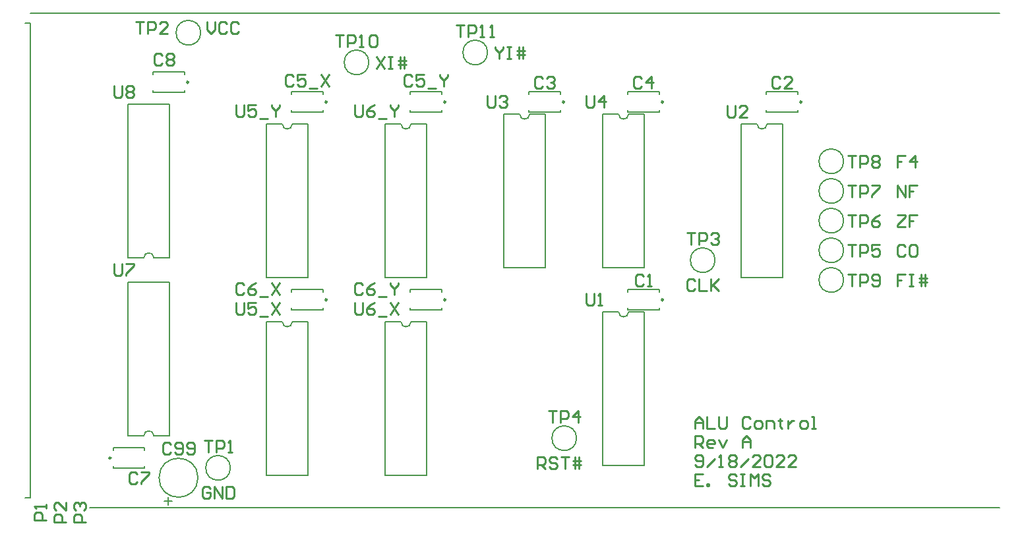
<source format=gto>
G04*
G04 #@! TF.GenerationSoftware,Altium Limited,Altium Designer,21.9.1 (22)*
G04*
G04 Layer_Color=65535*
%FSLAX25Y25*%
%MOIN*%
G70*
G04*
G04 #@! TF.SameCoordinates,09011E39-4F28-45AE-BCC4-A3E871BFE86D*
G04*
G04*
G04 #@! TF.FilePolarity,Positive*
G04*
G01*
G75*
%ADD10C,0.00787*%
%ADD11C,0.00984*%
%ADD12C,0.00500*%
%ADD13C,0.01000*%
%ADD14C,0.00591*%
D10*
X206240Y130000D02*
G03*
X206240Y130000I-6240J0D01*
G01*
X191240Y350000D02*
G03*
X191240Y350000I-6240J0D01*
G01*
X276240Y335000D02*
G03*
X276240Y335000I-6240J0D01*
G01*
X336240Y340000D02*
G03*
X336240Y340000I-6240J0D01*
G01*
X451240Y235000D02*
G03*
X451240Y235000I-6240J0D01*
G01*
X381240Y145000D02*
G03*
X381240Y145000I-6240J0D01*
G01*
X516240Y285000D02*
G03*
X516240Y285000I-6240J0D01*
G01*
Y270000D02*
G03*
X516240Y270000I-6240J0D01*
G01*
Y255000D02*
G03*
X516240Y255000I-6240J0D01*
G01*
Y240000D02*
G03*
X516240Y240000I-6240J0D01*
G01*
Y225000D02*
G03*
X516240Y225000I-6240J0D01*
G01*
X189842Y125000D02*
G03*
X189842Y125000I-9843J0D01*
G01*
X167500Y236221D02*
G03*
X162500Y236221I-2500J0D01*
G01*
X167500Y146221D02*
G03*
X162500Y146221I-2500J0D01*
G01*
X292500Y303780D02*
G03*
X297500Y303780I2500J0D01*
G01*
X352500Y308780D02*
G03*
X357500Y308780I2500J0D01*
G01*
X292500Y203780D02*
G03*
X297500Y203780I2500J0D01*
G01*
X232500D02*
G03*
X237500Y203780I2500J0D01*
G01*
X232500Y303780D02*
G03*
X237500Y303780I2500J0D01*
G01*
X472500D02*
G03*
X477500Y303780I2500J0D01*
G01*
X402500Y308780D02*
G03*
X407500Y308780I2500J0D01*
G01*
X402500Y208780D02*
G03*
X407500Y208780I2500J0D01*
G01*
X102500Y115000D02*
X105000D01*
X147047Y140118D02*
X162795D01*
X147047Y129882D02*
X162795D01*
X147047Y139035D02*
Y140118D01*
X162795Y139035D02*
Y140118D01*
X147047Y129882D02*
Y130965D01*
X162795Y129882D02*
Y130965D01*
X154567Y236221D02*
Y313779D01*
X175433Y236221D02*
Y313779D01*
X154567D02*
X175433D01*
X154567Y236221D02*
X162500D01*
X167500D02*
X175433D01*
X154567Y146221D02*
Y223780D01*
X175433Y146221D02*
Y223780D01*
X154567D02*
X175433D01*
X154567Y146221D02*
X162500D01*
X167500D02*
X175433D01*
X305433Y226220D02*
Y303780D01*
X284567Y226220D02*
Y303780D01*
Y226220D02*
X305433D01*
X297500Y303780D02*
X305433D01*
X284567D02*
X292500D01*
X365433Y231221D02*
Y308780D01*
X344567Y231221D02*
Y308780D01*
Y231221D02*
X365433D01*
X357500Y308780D02*
X365433D01*
X344567D02*
X352500D01*
X167205Y319882D02*
X182953D01*
X167205Y330118D02*
X182953D01*
Y319882D02*
Y320965D01*
X167205Y319882D02*
Y320965D01*
X182953Y329035D02*
Y330118D01*
X167205Y329035D02*
Y330118D01*
X305433Y126221D02*
Y203780D01*
X284567Y126221D02*
Y203780D01*
Y126221D02*
X305433D01*
X297500Y203780D02*
X305433D01*
X284567D02*
X292500D01*
X245433Y126221D02*
Y203780D01*
X224567Y126221D02*
Y203780D01*
Y126221D02*
X245433D01*
X237500Y203780D02*
X245433D01*
X224567D02*
X232500D01*
X245433Y226220D02*
Y303780D01*
X224567Y226220D02*
Y303780D01*
Y226220D02*
X245433D01*
X237500Y303780D02*
X245433D01*
X224567D02*
X232500D01*
X407205Y209882D02*
X422953D01*
X407205Y220118D02*
X422953D01*
Y209882D02*
Y210965D01*
X407205Y209882D02*
Y210965D01*
X422953Y219035D02*
Y220118D01*
X407205Y219035D02*
Y220118D01*
X477205Y309882D02*
X492953D01*
X477205Y320118D02*
X492953D01*
Y309882D02*
Y310965D01*
X477205Y309882D02*
Y310965D01*
X492953Y319035D02*
Y320118D01*
X477205Y319035D02*
Y320118D01*
X407205Y309882D02*
X422953D01*
X407205Y320118D02*
X422953D01*
Y309882D02*
Y310965D01*
X407205Y309882D02*
Y310965D01*
X422953Y319035D02*
Y320118D01*
X407205Y319035D02*
Y320118D01*
X357205Y309882D02*
X372953D01*
X357205Y320118D02*
X372953D01*
Y309882D02*
Y310965D01*
X357205Y309882D02*
Y310965D01*
X372953Y319035D02*
Y320118D01*
X357205Y319035D02*
Y320118D01*
X297205Y309882D02*
X312953D01*
X297205Y320118D02*
X312953D01*
Y309882D02*
Y310965D01*
X297205Y309882D02*
Y310965D01*
X312953Y319035D02*
Y320118D01*
X297205Y319035D02*
Y320118D01*
X237205Y309882D02*
X252953D01*
X237205Y320118D02*
X252953D01*
Y309882D02*
Y310965D01*
X237205Y309882D02*
Y310965D01*
X252953Y319035D02*
Y320118D01*
X237205Y319035D02*
Y320118D01*
Y209882D02*
X252953D01*
X237205Y220118D02*
X252953D01*
Y209882D02*
Y210965D01*
X237205Y209882D02*
Y210965D01*
X252953Y219035D02*
Y220118D01*
X237205Y219035D02*
Y220118D01*
X297205Y209882D02*
X312953D01*
X297205Y220118D02*
X312953D01*
Y209882D02*
Y210965D01*
X297205Y209882D02*
Y210965D01*
X312953Y219035D02*
Y220118D01*
X297205Y219035D02*
Y220118D01*
X485433Y226220D02*
Y303780D01*
X464567Y226220D02*
Y303780D01*
Y226220D02*
X485433D01*
X477500Y303780D02*
X485433D01*
X464567D02*
X472500D01*
X102500Y355000D02*
X105000D01*
Y115000D02*
Y122500D01*
Y355000D01*
X394567Y308780D02*
X402500D01*
X407500D02*
X415433D01*
X394567Y231221D02*
X415433D01*
X394567D02*
Y308780D01*
X415433Y231221D02*
Y308780D01*
X394567Y208780D02*
X402500D01*
X407500D02*
X415433D01*
X394567Y131220D02*
X415433D01*
X394567D02*
Y208780D01*
X415433Y131220D02*
Y208780D01*
D11*
X145866Y135000D02*
G03*
X145866Y135000I-492J0D01*
G01*
X185118Y325000D02*
G03*
X185118Y325000I-492J0D01*
G01*
X425118Y215000D02*
G03*
X425118Y215000I-492J0D01*
G01*
X495118Y315000D02*
G03*
X495118Y315000I-492J0D01*
G01*
X425118D02*
G03*
X425118Y315000I-492J0D01*
G01*
X375118D02*
G03*
X375118Y315000I-492J0D01*
G01*
X315118D02*
G03*
X315118Y315000I-492J0D01*
G01*
X255118D02*
G03*
X255118Y315000I-492J0D01*
G01*
Y215000D02*
G03*
X255118Y215000I-492J0D01*
G01*
X315118D02*
G03*
X315118Y215000I-492J0D01*
G01*
D12*
X105000Y360000D02*
X595000Y360000D01*
X135000Y110000D02*
X595000Y110000D01*
D13*
X441000Y149793D02*
Y153792D01*
X442999Y155791D01*
X444999Y153792D01*
Y149793D01*
Y152792D01*
X441000D01*
X446998Y155791D02*
Y149793D01*
X450997D01*
X452996Y155791D02*
Y150793D01*
X453996Y149793D01*
X455995D01*
X456995Y150793D01*
Y155791D01*
X468991Y154791D02*
X467991Y155791D01*
X465992D01*
X464992Y154791D01*
Y150793D01*
X465992Y149793D01*
X467991D01*
X468991Y150793D01*
X471990Y149793D02*
X473989D01*
X474989Y150793D01*
Y152792D01*
X473989Y153792D01*
X471990D01*
X470990Y152792D01*
Y150793D01*
X471990Y149793D01*
X476988D02*
Y153792D01*
X479987D01*
X480987Y152792D01*
Y149793D01*
X483986Y154791D02*
Y153792D01*
X482986D01*
X484986D01*
X483986D01*
Y150793D01*
X484986Y149793D01*
X487985Y153792D02*
Y149793D01*
Y151792D01*
X488984Y152792D01*
X489984Y153792D01*
X490984D01*
X494983Y149793D02*
X496982D01*
X497982Y150793D01*
Y152792D01*
X496982Y153792D01*
X494983D01*
X493983Y152792D01*
Y150793D01*
X494983Y149793D01*
X499981D02*
X501980D01*
X500981D01*
Y155791D01*
X499981D01*
X441000Y140195D02*
Y146193D01*
X443999D01*
X444999Y145194D01*
Y143194D01*
X443999Y142195D01*
X441000D01*
X442999D02*
X444999Y140195D01*
X449997D02*
X447998D01*
X446998Y141195D01*
Y143194D01*
X447998Y144194D01*
X449997D01*
X450997Y143194D01*
Y142195D01*
X446998D01*
X452996Y144194D02*
X454995Y140195D01*
X456995Y144194D01*
X464992Y140195D02*
Y144194D01*
X466992Y146193D01*
X468991Y144194D01*
Y140195D01*
Y143194D01*
X464992D01*
X441000Y131597D02*
X442000Y130598D01*
X443999D01*
X444999Y131597D01*
Y135596D01*
X443999Y136596D01*
X442000D01*
X441000Y135596D01*
Y134596D01*
X442000Y133597D01*
X444999D01*
X446998Y130598D02*
X450997Y134596D01*
X452996Y130598D02*
X454995D01*
X453996D01*
Y136596D01*
X452996Y135596D01*
X457995D02*
X458994Y136596D01*
X460994D01*
X461993Y135596D01*
Y134596D01*
X460994Y133597D01*
X461993Y132597D01*
Y131597D01*
X460994Y130598D01*
X458994D01*
X457995Y131597D01*
Y132597D01*
X458994Y133597D01*
X457995Y134596D01*
Y135596D01*
X458994Y133597D02*
X460994D01*
X463993Y130598D02*
X467991Y134596D01*
X473989Y130598D02*
X469991D01*
X473989Y134596D01*
Y135596D01*
X472990Y136596D01*
X470990D01*
X469991Y135596D01*
X475989D02*
X476988Y136596D01*
X478988D01*
X479987Y135596D01*
Y131597D01*
X478988Y130598D01*
X476988D01*
X475989Y131597D01*
Y135596D01*
X485986Y130598D02*
X481987D01*
X485986Y134596D01*
Y135596D01*
X484986Y136596D01*
X482986D01*
X481987Y135596D01*
X491984Y130598D02*
X487985D01*
X491984Y134596D01*
Y135596D01*
X490984Y136596D01*
X488984D01*
X487985Y135596D01*
X444999Y126998D02*
X441000D01*
Y121000D01*
X444999D01*
X441000Y123999D02*
X442999D01*
X446998Y121000D02*
Y122000D01*
X447998D01*
Y121000D01*
X446998D01*
X461993Y125998D02*
X460994Y126998D01*
X458994D01*
X457995Y125998D01*
Y124999D01*
X458994Y123999D01*
X460994D01*
X461993Y122999D01*
Y122000D01*
X460994Y121000D01*
X458994D01*
X457995Y122000D01*
X463993Y126998D02*
X465992D01*
X464992D01*
Y121000D01*
X463993D01*
X465992D01*
X468991D02*
Y126998D01*
X470990Y124999D01*
X472990Y126998D01*
Y121000D01*
X478988Y125998D02*
X477988Y126998D01*
X475989D01*
X474989Y125998D01*
Y124999D01*
X475989Y123999D01*
X477988D01*
X478988Y122999D01*
Y122000D01*
X477988Y121000D01*
X475989D01*
X474989Y122000D01*
X147600Y233198D02*
Y228200D01*
X148600Y227200D01*
X150599D01*
X151599Y228200D01*
Y233198D01*
X153598D02*
X157597D01*
Y232198D01*
X153598Y228200D01*
Y227200D01*
X147600Y323198D02*
Y318200D01*
X148600Y317200D01*
X150599D01*
X151599Y318200D01*
Y323198D01*
X153598Y322198D02*
X154598Y323198D01*
X156597D01*
X157597Y322198D01*
Y321199D01*
X156597Y320199D01*
X157597Y319199D01*
Y318200D01*
X156597Y317200D01*
X154598D01*
X153598Y318200D01*
Y319199D01*
X154598Y320199D01*
X153598Y321199D01*
Y322198D01*
X154598Y320199D02*
X156597D01*
X269004Y213499D02*
Y208501D01*
X270003Y207501D01*
X272003D01*
X273002Y208501D01*
Y213499D01*
X279000D02*
X277001Y212499D01*
X275002Y210500D01*
Y208501D01*
X276001Y207501D01*
X278001D01*
X279000Y208501D01*
Y209500D01*
X278001Y210500D01*
X275002D01*
X281000Y206501D02*
X284998D01*
X286998Y213499D02*
X290997Y207501D01*
Y213499D02*
X286998Y207501D01*
X209004Y213499D02*
Y208501D01*
X210003Y207501D01*
X212003D01*
X213002Y208501D01*
Y213499D01*
X219000D02*
X215002D01*
Y210500D01*
X217001Y211500D01*
X218001D01*
X219000Y210500D01*
Y208501D01*
X218001Y207501D01*
X216001D01*
X215002Y208501D01*
X221000Y206501D02*
X224998D01*
X226998Y213499D02*
X230996Y207501D01*
Y213499D02*
X226998Y207501D01*
X269004Y313499D02*
Y308501D01*
X270003Y307501D01*
X272003D01*
X273002Y308501D01*
Y313499D01*
X279000D02*
X277001Y312499D01*
X275002Y310500D01*
Y308501D01*
X276001Y307501D01*
X278001D01*
X279000Y308501D01*
Y309500D01*
X278001Y310500D01*
X275002D01*
X281000Y306501D02*
X284998D01*
X286998Y313499D02*
Y312499D01*
X288997Y310500D01*
X290997Y312499D01*
Y313499D01*
X288997Y310500D02*
Y307501D01*
X209004Y313499D02*
Y308501D01*
X210003Y307501D01*
X212003D01*
X213002Y308501D01*
Y313499D01*
X219000D02*
X215002D01*
Y310500D01*
X217001Y311500D01*
X218001D01*
X219000Y310500D01*
Y308501D01*
X218001Y307501D01*
X216001D01*
X215002Y308501D01*
X221000Y306501D02*
X224998D01*
X226998Y313499D02*
Y312499D01*
X228997Y310500D01*
X230996Y312499D01*
Y313499D01*
X228997Y310500D02*
Y307501D01*
X320503Y353999D02*
X324502D01*
X322502D01*
Y348001D01*
X326501D02*
Y353999D01*
X329500D01*
X330500Y352999D01*
Y351000D01*
X329500Y350000D01*
X326501D01*
X332499Y348001D02*
X334499D01*
X333499D01*
Y353999D01*
X332499Y352999D01*
X337498Y348001D02*
X339497D01*
X338497D01*
Y353999D01*
X337498Y352999D01*
X340002Y342999D02*
Y341999D01*
X342002Y340000D01*
X344001Y341999D01*
Y342999D01*
X342002Y340000D02*
Y337001D01*
X346001Y342999D02*
X348000D01*
X347000D01*
Y337001D01*
X346001D01*
X348000D01*
X351998D02*
Y342999D01*
X353998D02*
Y337001D01*
X350999Y341000D02*
X353998D01*
X354998D01*
X350999Y339000D02*
X354998D01*
X259503Y348999D02*
X263502D01*
X261503D01*
Y343001D01*
X265501D02*
Y348999D01*
X268500D01*
X269500Y347999D01*
Y346000D01*
X268500Y345000D01*
X265501D01*
X271499Y343001D02*
X273499D01*
X272499D01*
Y348999D01*
X271499Y347999D01*
X276498D02*
X277498Y348999D01*
X279497D01*
X280497Y347999D01*
Y344001D01*
X279497Y343001D01*
X277498D01*
X276498Y344001D01*
Y347999D01*
X280002Y337999D02*
X284001Y332001D01*
Y337999D02*
X280002Y332001D01*
X286000Y337999D02*
X288000D01*
X287000D01*
Y332001D01*
X286000D01*
X288000D01*
X291999D02*
Y337999D01*
X293998D02*
Y332001D01*
X290999Y336000D02*
X293998D01*
X294998D01*
X290999Y334000D02*
X294998D01*
X518500Y227999D02*
X522499D01*
X520499D01*
Y222001D01*
X524498D02*
Y227999D01*
X527497D01*
X528497Y226999D01*
Y225000D01*
X527497Y224000D01*
X524498D01*
X530496Y223001D02*
X531496Y222001D01*
X533495D01*
X534495Y223001D01*
Y226999D01*
X533495Y227999D01*
X531496D01*
X530496Y226999D01*
Y226000D01*
X531496Y225000D01*
X534495D01*
X547499Y227999D02*
X543500D01*
Y225000D01*
X545499D01*
X543500D01*
Y222001D01*
X549498Y227999D02*
X551497D01*
X550498D01*
Y222001D01*
X549498D01*
X551497D01*
X555496D02*
Y227999D01*
X557495D02*
Y222001D01*
X554496Y226000D02*
X557495D01*
X558495D01*
X554496Y224000D02*
X558495D01*
X518500Y287999D02*
X522499D01*
X520499D01*
Y282001D01*
X524498D02*
Y287999D01*
X527497D01*
X528497Y286999D01*
Y285000D01*
X527497Y284000D01*
X524498D01*
X530496Y286999D02*
X531496Y287999D01*
X533495D01*
X534495Y286999D01*
Y286000D01*
X533495Y285000D01*
X534495Y284000D01*
Y283001D01*
X533495Y282001D01*
X531496D01*
X530496Y283001D01*
Y284000D01*
X531496Y285000D01*
X530496Y286000D01*
Y286999D01*
X531496Y285000D02*
X533495D01*
X547499Y287999D02*
X543500D01*
Y285000D01*
X545499D01*
X543500D01*
Y282001D01*
X552497D02*
Y287999D01*
X549498Y285000D01*
X553497D01*
X518500Y272999D02*
X522499D01*
X520499D01*
Y267001D01*
X524498D02*
Y272999D01*
X527497D01*
X528497Y271999D01*
Y270000D01*
X527497Y269000D01*
X524498D01*
X530496Y272999D02*
X534495D01*
Y271999D01*
X530496Y268001D01*
Y267001D01*
X543500D02*
Y272999D01*
X547499Y267001D01*
Y272999D01*
X553497D02*
X549498D01*
Y270000D01*
X551497D01*
X549498D01*
Y267001D01*
X518500Y257999D02*
X522499D01*
X520499D01*
Y252001D01*
X524498D02*
Y257999D01*
X527497D01*
X528497Y256999D01*
Y255000D01*
X527497Y254000D01*
X524498D01*
X534495Y257999D02*
X532495Y256999D01*
X530496Y255000D01*
Y253001D01*
X531496Y252001D01*
X533495D01*
X534495Y253001D01*
Y254000D01*
X533495Y255000D01*
X530496D01*
X543500Y257999D02*
X547499D01*
Y256999D01*
X543500Y253001D01*
Y252001D01*
X547499D01*
X553497Y257999D02*
X549498D01*
Y255000D01*
X551497D01*
X549498D01*
Y252001D01*
X518500Y242999D02*
X522499D01*
X520499D01*
Y237001D01*
X524498D02*
Y242999D01*
X527497D01*
X528497Y241999D01*
Y240000D01*
X527497Y239000D01*
X524498D01*
X534495Y242999D02*
X530496D01*
Y240000D01*
X532495Y241000D01*
X533495D01*
X534495Y240000D01*
Y238001D01*
X533495Y237001D01*
X531496D01*
X530496Y238001D01*
X547499Y241999D02*
X546499Y242999D01*
X544500D01*
X543500Y241999D01*
Y238001D01*
X544500Y237001D01*
X546499D01*
X547499Y238001D01*
X552497Y242999D02*
X550498D01*
X549498Y241999D01*
Y238001D01*
X550498Y237001D01*
X552497D01*
X553497Y238001D01*
Y241999D01*
X552497Y242999D01*
X367003Y158999D02*
X371001D01*
X369002D01*
Y153001D01*
X373001D02*
Y158999D01*
X376000D01*
X376999Y157999D01*
Y156000D01*
X376000Y155000D01*
X373001D01*
X381998Y153001D02*
Y158999D01*
X378999Y156000D01*
X382997D01*
X361504Y129501D02*
Y135499D01*
X364503D01*
X365502Y134499D01*
Y132500D01*
X364503Y131500D01*
X361504D01*
X363503D02*
X365502Y129501D01*
X371500Y134499D02*
X370501Y135499D01*
X368501D01*
X367502Y134499D01*
Y133500D01*
X368501Y132500D01*
X370501D01*
X371500Y131500D01*
Y130501D01*
X370501Y129501D01*
X368501D01*
X367502Y130501D01*
X373500Y135499D02*
X377498D01*
X375499D01*
Y129501D01*
X380497D02*
Y135499D01*
X382497D02*
Y129501D01*
X379498Y133500D02*
X382497D01*
X383496D01*
X379498Y131500D02*
X383496D01*
X437003Y248999D02*
X441001D01*
X439002D01*
Y243001D01*
X443001D02*
Y248999D01*
X446000D01*
X446999Y247999D01*
Y246000D01*
X446000Y245000D01*
X443001D01*
X448999Y247999D02*
X449998Y248999D01*
X451998D01*
X452997Y247999D01*
Y247000D01*
X451998Y246000D01*
X450998D01*
X451998D01*
X452997Y245000D01*
Y244001D01*
X451998Y243001D01*
X449998D01*
X448999Y244001D01*
X441001Y224499D02*
X440002Y225499D01*
X438002D01*
X437003Y224499D01*
Y220501D01*
X438002Y219501D01*
X440002D01*
X441001Y220501D01*
X443001Y225499D02*
Y219501D01*
X446999D01*
X448999Y225499D02*
Y219501D01*
Y221500D01*
X452997Y225499D01*
X449998Y222500D01*
X452997Y219501D01*
X132999Y102502D02*
X127001D01*
Y105501D01*
X128001Y106500D01*
X130000D01*
X131000Y105501D01*
Y102502D01*
X128001Y108500D02*
X127001Y109499D01*
Y111499D01*
X128001Y112498D01*
X129000D01*
X130000Y111499D01*
Y110499D01*
Y111499D01*
X131000Y112498D01*
X131999D01*
X132999Y111499D01*
Y109499D01*
X131999Y108500D01*
X122999Y102502D02*
X117001D01*
Y105501D01*
X118001Y106500D01*
X120000D01*
X121000Y105501D01*
Y102502D01*
X122999Y112498D02*
Y108500D01*
X119000Y112498D01*
X118001D01*
X117001Y111499D01*
Y109499D01*
X118001Y108500D01*
X171699Y338598D02*
X170699Y339598D01*
X168700D01*
X167700Y338598D01*
Y334600D01*
X168700Y333600D01*
X170699D01*
X171699Y334600D01*
X173698Y338598D02*
X174698Y339598D01*
X176697D01*
X177697Y338598D01*
Y337599D01*
X176697Y336599D01*
X177697Y335599D01*
Y334600D01*
X176697Y333600D01*
X174698D01*
X173698Y334600D01*
Y335599D01*
X174698Y336599D01*
X173698Y337599D01*
Y338598D01*
X174698Y336599D02*
X176697D01*
X159000Y126999D02*
X158001Y127999D01*
X156001D01*
X155002Y126999D01*
Y123001D01*
X156001Y122001D01*
X158001D01*
X159000Y123001D01*
X161000Y127999D02*
X164998D01*
Y126999D01*
X161000Y123001D01*
Y122001D01*
X273002Y222499D02*
X272003Y223499D01*
X270003D01*
X269004Y222499D01*
Y218500D01*
X270003Y217501D01*
X272003D01*
X273002Y218500D01*
X279000Y223499D02*
X277001Y222499D01*
X275002Y220500D01*
Y218500D01*
X276001Y217501D01*
X278001D01*
X279000Y218500D01*
Y219500D01*
X278001Y220500D01*
X275002D01*
X281000Y216501D02*
X284998D01*
X286998Y223499D02*
Y222499D01*
X288997Y220500D01*
X290997Y222499D01*
Y223499D01*
X288997Y220500D02*
Y217501D01*
X298002Y327999D02*
X297003Y328999D01*
X295003D01*
X294004Y327999D01*
Y324001D01*
X295003Y323001D01*
X297003D01*
X298002Y324001D01*
X304000Y328999D02*
X300002D01*
Y326000D01*
X302001Y326999D01*
X303001D01*
X304000Y326000D01*
Y324001D01*
X303001Y323001D01*
X301001D01*
X300002Y324001D01*
X306000Y322001D02*
X309998D01*
X311998Y328999D02*
Y327999D01*
X313997Y326000D01*
X315997Y327999D01*
Y328999D01*
X313997Y326000D02*
Y323001D01*
X213002Y222499D02*
X212003Y223499D01*
X210003D01*
X209004Y222499D01*
Y218500D01*
X210003Y217501D01*
X212003D01*
X213002Y218500D01*
X219000Y223499D02*
X217001Y222499D01*
X215002Y220500D01*
Y218500D01*
X216001Y217501D01*
X218001D01*
X219000Y218500D01*
Y219500D01*
X218001Y220500D01*
X215002D01*
X221000Y216501D02*
X224998D01*
X226998Y223499D02*
X230996Y217501D01*
Y223499D02*
X226998Y217501D01*
X238002Y327999D02*
X237003Y328999D01*
X235003D01*
X234004Y327999D01*
Y324001D01*
X235003Y323001D01*
X237003D01*
X238002Y324001D01*
X244000Y328999D02*
X240002D01*
Y326000D01*
X242001Y326999D01*
X243001D01*
X244000Y326000D01*
Y324001D01*
X243001Y323001D01*
X241001D01*
X240002Y324001D01*
X246000Y322001D02*
X249998D01*
X251998Y328999D02*
X255996Y323001D01*
Y328999D02*
X251998Y323001D01*
X386000Y318198D02*
Y313200D01*
X387000Y312200D01*
X388999D01*
X389999Y313200D01*
Y318198D01*
X394997Y312200D02*
Y318198D01*
X391998Y315199D01*
X395997D01*
X336000Y318198D02*
Y313200D01*
X337000Y312200D01*
X338999D01*
X339999Y313200D01*
Y318198D01*
X341998Y317198D02*
X342998Y318198D01*
X344997D01*
X345997Y317198D01*
Y316199D01*
X344997Y315199D01*
X343997D01*
X344997D01*
X345997Y314199D01*
Y313200D01*
X344997Y312200D01*
X342998D01*
X341998Y313200D01*
X457600Y313198D02*
Y308200D01*
X458600Y307200D01*
X460599D01*
X461599Y308200D01*
Y313198D01*
X467597Y307200D02*
X463598D01*
X467597Y311199D01*
Y312198D01*
X466597Y313198D01*
X464598D01*
X463598Y312198D01*
X386000Y218198D02*
Y213200D01*
X387000Y212200D01*
X388999D01*
X389999Y213200D01*
Y218198D01*
X391998Y212200D02*
X393997D01*
X392998D01*
Y218198D01*
X391998Y217198D01*
X158500Y355499D02*
X162499D01*
X160499D01*
Y349501D01*
X164498D02*
Y355499D01*
X167497D01*
X168497Y354499D01*
Y352500D01*
X167497Y351500D01*
X164498D01*
X174495Y349501D02*
X170496D01*
X174495Y353500D01*
Y354499D01*
X173495Y355499D01*
X171496D01*
X170496Y354499D01*
X194503Y355499D02*
Y351500D01*
X196502Y349501D01*
X198501Y351500D01*
Y355499D01*
X204499Y354499D02*
X203500Y355499D01*
X201500D01*
X200501Y354499D01*
Y350501D01*
X201500Y349501D01*
X203500D01*
X204499Y350501D01*
X210497Y354499D02*
X209498Y355499D01*
X207498D01*
X206499Y354499D01*
Y350501D01*
X207498Y349501D01*
X209498D01*
X210497Y350501D01*
X193002Y143999D02*
X197001D01*
X195002D01*
Y138001D01*
X199000D02*
Y143999D01*
X201999D01*
X202999Y142999D01*
Y141000D01*
X201999Y140000D01*
X199000D01*
X204998Y138001D02*
X206998D01*
X205998D01*
Y143999D01*
X204998Y142999D01*
X196001Y119499D02*
X195002Y120499D01*
X193002D01*
X192003Y119499D01*
Y115501D01*
X193002Y114501D01*
X195002D01*
X196001Y115501D01*
Y117500D01*
X194002D01*
X198001Y114501D02*
Y120499D01*
X201999Y114501D01*
Y120499D01*
X203999D02*
Y114501D01*
X206998D01*
X207997Y115501D01*
Y119499D01*
X206998Y120499D01*
X203999D01*
X414000Y326999D02*
X413001Y327999D01*
X411001D01*
X410002Y326999D01*
Y323001D01*
X411001Y322001D01*
X413001D01*
X414000Y323001D01*
X418999Y322001D02*
Y327999D01*
X416000Y325000D01*
X419998D01*
X364000Y326999D02*
X363001Y327999D01*
X361001D01*
X360002Y326999D01*
Y323001D01*
X361001Y322001D01*
X363001D01*
X364000Y323001D01*
X366000Y326999D02*
X366999Y327999D01*
X368999D01*
X369998Y326999D01*
Y326000D01*
X368999Y325000D01*
X367999D01*
X368999D01*
X369998Y324000D01*
Y323001D01*
X368999Y322001D01*
X366999D01*
X366000Y323001D01*
X484000Y326999D02*
X483001Y327999D01*
X481001D01*
X480002Y326999D01*
Y323001D01*
X481001Y322001D01*
X483001D01*
X484000Y323001D01*
X489998Y322001D02*
X486000D01*
X489998Y326000D01*
Y326999D01*
X488999Y327999D01*
X486999D01*
X486000Y326999D01*
X176001Y141999D02*
X175002Y142999D01*
X173002D01*
X172003Y141999D01*
Y138001D01*
X173002Y137001D01*
X175002D01*
X176001Y138001D01*
X178001D02*
X179000Y137001D01*
X181000D01*
X181999Y138001D01*
Y141999D01*
X181000Y142999D01*
X179000D01*
X178001Y141999D01*
Y141000D01*
X179000Y140000D01*
X181999D01*
X183999Y138001D02*
X184998Y137001D01*
X186998D01*
X187997Y138001D01*
Y141999D01*
X186998Y142999D01*
X184998D01*
X183999Y141999D01*
Y141000D01*
X184998Y140000D01*
X187997D01*
X415000Y226999D02*
X414000Y227999D01*
X412001D01*
X411001Y226999D01*
Y223001D01*
X412001Y222001D01*
X414000D01*
X415000Y223001D01*
X416999Y222001D02*
X418999D01*
X417999D01*
Y227999D01*
X416999Y226999D01*
X112999Y103501D02*
X107001D01*
Y106500D01*
X108001Y107500D01*
X110000D01*
X111000Y106500D01*
Y103501D01*
X112999Y109499D02*
Y111499D01*
Y110499D01*
X107001D01*
X108001Y109499D01*
D14*
X174855Y115084D02*
Y111148D01*
X176822Y113116D02*
X172887D01*
M02*

</source>
